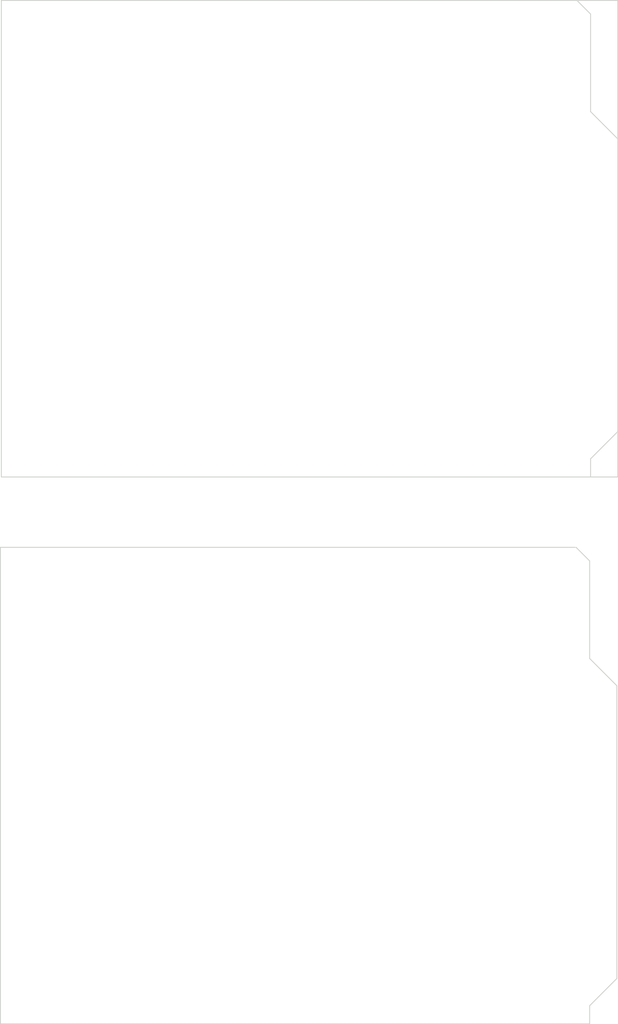
<source format=kicad_pcb>
(kicad_pcb (version 3) (host pcbnew "(2013-05-31 BZR 4019)-stable")

  (general
    (links 0)
    (no_connects 0)
    (area 103.683599 79.096399 172.871601 132.536401)
    (thickness 1.6)
    (drawings 22)
    (tracks 0)
    (zones 0)
    (modules 0)
    (nets 1)
  )

  (page A)
  (title_block 
    (title BenchBuddy)
    (rev 1)
    (company GR)
  )

  (layers
    (15 F.Cu signal)
    (0 B.Cu signal)
    (16 B.Adhes user)
    (17 F.Adhes user)
    (18 B.Paste user)
    (19 F.Paste user)
    (20 B.SilkS user)
    (21 F.SilkS user)
    (22 B.Mask user)
    (23 F.Mask user)
    (24 Dwgs.User user)
    (25 Cmts.User user)
    (26 Eco1.User user)
    (27 Eco2.User user)
    (28 Edge.Cuts user)
  )

  (setup
    (last_trace_width 0.254)
    (trace_clearance 0.254)
    (zone_clearance 0.508)
    (zone_45_only no)
    (trace_min 0.254)
    (segment_width 0.2)
    (edge_width 0.1)
    (via_size 0.889)
    (via_drill 0.635)
    (via_min_size 0.889)
    (via_min_drill 0.508)
    (uvia_size 0.508)
    (uvia_drill 0.127)
    (uvias_allowed no)
    (uvia_min_size 0.508)
    (uvia_min_drill 0.127)
    (pcb_text_width 0.3)
    (pcb_text_size 1.5 1.5)
    (mod_edge_width 0.15)
    (mod_text_size 1 1)
    (mod_text_width 0.15)
    (pad_size 1.5 1.5)
    (pad_drill 0.6)
    (pad_to_mask_clearance 0)
    (aux_axis_origin 0 0)
    (visible_elements 7FFFFFFF)
    (pcbplotparams
      (layerselection 3178497)
      (usegerberextensions true)
      (excludeedgelayer true)
      (linewidth 0.150000)
      (plotframeref false)
      (viasonmask false)
      (mode 1)
      (useauxorigin false)
      (hpglpennumber 1)
      (hpglpenspeed 20)
      (hpglpendiameter 15)
      (hpglpenoverlay 2)
      (psnegative false)
      (psa4output false)
      (plotreference true)
      (plotvalue true)
      (plotothertext true)
      (plotinvisibletext false)
      (padsonsilk false)
      (subtractmaskfromsilk false)
      (outputformat 1)
      (mirror false)
      (drillshape 1)
      (scaleselection 1)
      (outputdirectory ""))
  )

  (net 0 "")

  (net_class Default "This is the default net class."
    (clearance 0.254)
    (trace_width 0.254)
    (via_dia 0.889)
    (via_drill 0.635)
    (uvia_dia 0.508)
    (uvia_drill 0.127)
    (add_net "")
  )

  (gr_line (start 172.9232 17.9324) (end 168.3004 17.9324) (angle 90) (layer Edge.Cuts) (width 0.1))
  (gr_line (start 172.9232 33.4264) (end 172.9232 17.9324) (angle 90) (layer Edge.Cuts) (width 0.1))
  (gr_line (start 172.9232 71.2724) (end 172.9232 66.04) (angle 90) (layer Edge.Cuts) (width 0.1))
  (gr_line (start 169.8752 71.2724) (end 172.9232 71.2724) (angle 90) (layer Edge.Cuts) (width 0.1))
  (gr_line (start 169.8752 30.3784) (end 172.9232 33.4264) (angle 90) (layer Edge.Cuts) (width 0.1) (tstamp 5233E897))
  (gr_line (start 172.9232 66.1924) (end 169.8752 69.2404) (angle 90) (layer Edge.Cuts) (width 0.1) (tstamp 5233E896))
  (gr_line (start 172.9232 66.1924) (end 172.9232 33.4264) (angle 90) (layer Edge.Cuts) (width 0.1) (tstamp 5233E895))
  (gr_line (start 103.8352 17.9324) (end 103.8352 71.2724) (angle 90) (layer Edge.Cuts) (width 0.1) (tstamp 5233E894))
  (gr_line (start 103.8352 71.2724) (end 169.8752 71.2724) (angle 90) (layer Edge.Cuts) (width 0.1) (tstamp 5233E893))
  (gr_line (start 169.8752 71.2724) (end 169.8752 69.2404) (angle 90) (layer Edge.Cuts) (width 0.1) (tstamp 5233E892))
  (gr_line (start 169.8752 19.4564) (end 168.3512 17.9324) (angle 90) (layer Edge.Cuts) (width 0.1) (tstamp 5233E891))
  (gr_line (start 169.8752 30.3784) (end 169.8752 19.4564) (angle 90) (layer Edge.Cuts) (width 0.1) (tstamp 5233E890))
  (gr_line (start 168.3512 17.9324) (end 103.8352 17.9324) (angle 90) (layer Edge.Cuts) (width 0.1) (tstamp 5233E88F))
  (gr_line (start 168.2496 79.1464) (end 103.7336 79.1464) (angle 90) (layer Edge.Cuts) (width 0.1))
  (gr_line (start 169.7736 91.5924) (end 169.7736 80.6704) (angle 90) (layer Edge.Cuts) (width 0.1))
  (gr_line (start 169.7736 80.6704) (end 168.2496 79.1464) (angle 90) (layer Edge.Cuts) (width 0.1))
  (gr_line (start 169.7736 132.4864) (end 169.7736 130.4544) (angle 90) (layer Edge.Cuts) (width 0.1))
  (gr_line (start 103.7336 132.4864) (end 169.7736 132.4864) (angle 90) (layer Edge.Cuts) (width 0.1))
  (gr_line (start 103.7336 79.1464) (end 103.7336 132.4864) (angle 90) (layer Edge.Cuts) (width 0.1))
  (gr_line (start 172.8216 127.4064) (end 172.8216 94.6404) (angle 90) (layer Edge.Cuts) (width 0.1))
  (gr_line (start 172.8216 127.4064) (end 169.7736 130.4544) (angle 90) (layer Edge.Cuts) (width 0.1))
  (gr_line (start 169.7736 91.5924) (end 172.8216 94.6404) (angle 90) (layer Edge.Cuts) (width 0.1))

)

</source>
